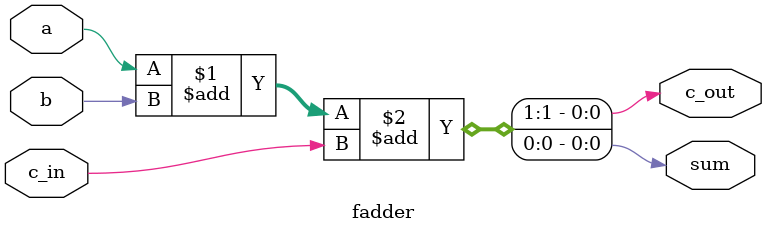
<source format=v>
module fadder (c_out, sum, a, b, c_in);

output c_out, sum;
input a, b, c_in;

assign {c_out, sum} = a + b + c_in;

endmodule

</source>
